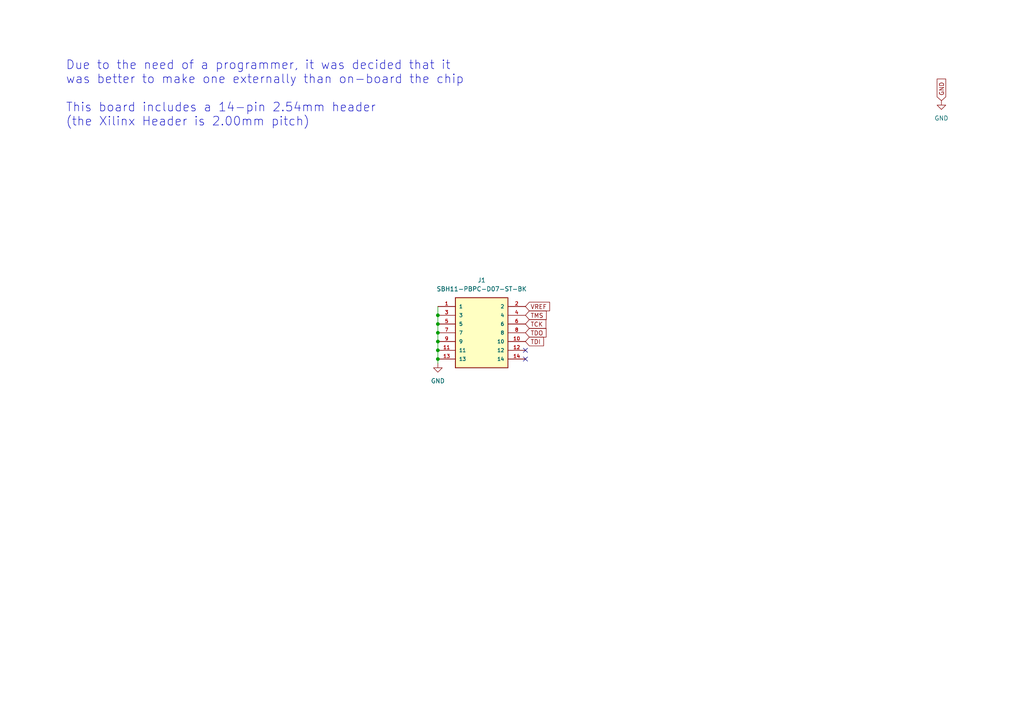
<source format=kicad_sch>
(kicad_sch (version 20230121) (generator eeschema)
  (paper "A4")
  (lib_symbols
    (symbol "power:GND" (power) (pin_names (offset 0))
      (property "Value" "GND" (at 0 -3.81 0))
      (symbol "GND_0_1"
        (polyline (pts (xy 0 0) (xy 0 -1.27) (xy 1.27 -1.27) (xy 0 -2.54) (xy -1.27 -1.27) (xy 0 -1.27)))
      )
      (symbol "GND_1_1"
        (pin power_in line (at 0 0 270) (length 0) hide (name "GND") (number "1"))
      )
    )
    (symbol "programmer:SBH11-PBPC-D07-ST-BK" (pin_names (offset 1.016))
      (property "Reference" "J" (at -7.874 10.922 0))
      (property "Value" "SBH11-PBPC-D07-ST-BK" (at -7.62 -12.7 0))
      (symbol "SBH11-PBPC-D07-ST-BK_0_0"
        (rectangle (start -7.62 -10.16) (end 7.62 10.16) (stroke (width 0.254)) (fill (type background)))
        (pin passive line (at -12.7 7.62 0) (length 5.08) (name "1") (number "1"))
        (pin passive line (at 12.7 -2.54 180) (length 5.08) (name "10") (number "10"))
        (pin passive line (at -12.7 -5.08 0) (length 5.08) (name "11") (number "11"))
        (pin passive line (at 12.7 -5.08 180) (length 5.08) (name "12") (number "12"))
        (pin passive line (at -12.7 -7.62 0) (length 5.08) (name "13") (number "13"))
        (pin passive line (at 12.7 -7.62 180) (length 5.08) (name "14") (number "14"))
        (pin passive line (at 12.7 7.62 180) (length 5.08) (name "2") (number "2"))
        (pin passive line (at -12.7 5.08 0) (length 5.08) (name "3") (number "3"))
        (pin passive line (at 12.7 5.08 180) (length 5.08) (name "4") (number "4"))
        (pin passive line (at -12.7 2.54 0) (length 5.08) (name "5") (number "5"))
        (pin passive line (at 12.7 2.54 180) (length 5.08) (name "6") (number "6"))
        (pin passive line (at -12.7 0 0) (length 5.08) (name "7") (number "7"))
        (pin passive line (at 12.7 0 180) (length 5.08) (name "8") (number "8"))
        (pin passive line (at -12.7 -2.54 0) (length 5.08) (name "9") (number "9"))
      )
    )
  )
  (junction (at 127 91.44))
  (junction (at 127 96.52))
  (junction (at 127 104.14))
  (junction (at 127 99.06))
  (junction (at 127 101.6))
  (junction (at 127 93.98))
  (no_connect (at 152.4 101.6))
  (no_connect (at 152.4 104.14))
  (wire (pts (xy 127 91.44) (xy 127 93.98)))
  (wire (pts (xy 127 96.52) (xy 127 99.06)))
  (wire (pts (xy 127 88.9) (xy 127 91.44)))
  (wire (pts (xy 127 101.6) (xy 127 104.14)))
  (wire (pts (xy 127 93.98) (xy 127 96.52)))
  (wire (pts (xy 127 104.14) (xy 127 105.41)))
  (wire (pts (xy 127 99.06) (xy 127 101.6)))
  (text "Due to the need of a programmer, it was decided that it\nwas better to make one externally than on-board the chip\n\nThis board includes a 14-pin 2.54mm header\n(the Xilinx Header is 2.00mm pitch)" (at 19.05 36.83 0) (effects (font (size 2.54 2.54)) (justify left bottom)))
  (global_label "TDO" (shape input) (at 152.4 96.52 0) (property "Intersheetrefs" "${INTERSHEET_REFS}" (effects hide)))
  (global_label "GND" (shape input) (at 273.05 29.21 90) (property "Intersheetrefs" "${INTERSHEET_REFS}" (effects hide)))
  (global_label "VREF" (shape input) (at 152.4 88.9 0) (property "Intersheetrefs" "${INTERSHEET_REFS}" (effects hide)))
  (global_label "TMS" (shape input) (at 152.4 91.44 0) (property "Intersheetrefs" "${INTERSHEET_REFS}" (effects hide)))
  (global_label "TCK" (shape input) (at 152.4 93.98 0) (property "Intersheetrefs" "${INTERSHEET_REFS}" (effects hide)))
  (global_label "TDI" (shape input) (at 152.4 99.06 0) (property "Intersheetrefs" "${INTERSHEET_REFS}" (effects hide)))
  (symbol (lib_id "power:GND") (at 273.05 29.21 0) (unit 1)
    (property "Reference" "#PWR016" (effects hide))
    (property "Value" "GND" (at 273.05 34.29 0))
    (instances (project "fpga" (path "" (reference "#PWR016") (unit 1)) (path "" (reference "#PWR026") (unit 1)) (path "" (reference "#PWR036") (unit 1)) (path "" (reference "#PWR042") (unit 1)) (path "" (reference "#PWR0114") (unit 1))))
  )
  (symbol (lib_id "programmer:SBH11-PBPC-D07-ST-BK") (at 139.7 96.52 0) (unit 1)
    (property "Reference" "J1" (at 139.7 81.28 0))
    (property "Value" "SBH11-PBPC-D07-ST-BK" (at 139.7 83.82 0))
    (property "Footprint" "programmer:SULLINS_SBH11-PBPC-D07-ST-BK" (effects hide))
    (property "PARTREV" "J" (effects hide))
    (property "STANDARD" "Manufacturer Recommendation" (effects hide))
    (property "MANUFACTURER" "Sullins" (effects hide))
    (property "Digi" "https://www.digikey.com/en/products/detail/sullins-connector-solutions/sbh11-pbpc-d07-st-bk/1990063" (effects hide))
    (instances (project "fpga" (path "" (reference "J1") (unit 1)) (path "" (reference "J5") (unit 1))))
  )
  (symbol (lib_id "power:GND") (at 127 105.41 0) (unit 1)
    (property "Reference" "#PWR09" (effects hide))
    (property "Value" "GND" (at 127 110.49 0))
    (instances (project "fpga" (path "" (reference "#PWR09") (unit 1)) (path "" (reference "#PWR0113") (unit 1))))
  )
)
</source>
